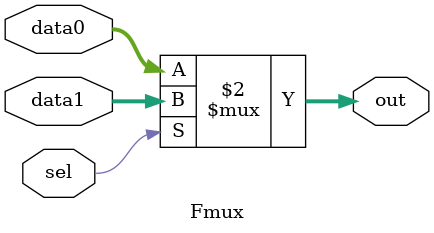
<source format=v>
module Fmux (data0, data1, sel, out);
  parameter WIDTH = 32;
  input [WIDTH-1:0] data0, data1;
  input sel;
  output [WIDTH-1:0] out;

  assign out = (sel == 1) ? data1 : data0;
endmodule

</source>
